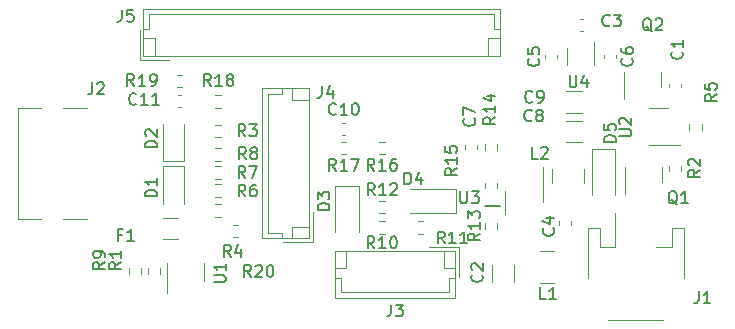
<source format=gbr>
%TF.GenerationSoftware,KiCad,Pcbnew,(5.99.0-13244-g73f40b11ee)*%
%TF.CreationDate,2021-12-22T23:44:12+01:00*%
%TF.ProjectId,TheKNOBDaughterboard,5468654b-4e4f-4424-9461-756768746572,rev?*%
%TF.SameCoordinates,Original*%
%TF.FileFunction,Legend,Top*%
%TF.FilePolarity,Positive*%
%FSLAX46Y46*%
G04 Gerber Fmt 4.6, Leading zero omitted, Abs format (unit mm)*
G04 Created by KiCad (PCBNEW (5.99.0-13244-g73f40b11ee)) date 2021-12-22 23:44:12*
%MOMM*%
%LPD*%
G01*
G04 APERTURE LIST*
%ADD10C,0.150000*%
%ADD11C,0.120000*%
G04 APERTURE END LIST*
D10*
X107650000Y-103600000D02*
X108900000Y-103600000D01*
%TO.C,R5*%
X127222380Y-94156666D02*
X126746190Y-94490000D01*
X127222380Y-94728095D02*
X126222380Y-94728095D01*
X126222380Y-94347142D01*
X126270000Y-94251904D01*
X126317619Y-94204285D01*
X126412857Y-94156666D01*
X126555714Y-94156666D01*
X126650952Y-94204285D01*
X126698571Y-94251904D01*
X126746190Y-94347142D01*
X126746190Y-94728095D01*
X126222380Y-93251904D02*
X126222380Y-93728095D01*
X126698571Y-93775714D01*
X126650952Y-93728095D01*
X126603333Y-93632857D01*
X126603333Y-93394761D01*
X126650952Y-93299523D01*
X126698571Y-93251904D01*
X126793809Y-93204285D01*
X127031904Y-93204285D01*
X127127142Y-93251904D01*
X127174761Y-93299523D01*
X127222380Y-93394761D01*
X127222380Y-93632857D01*
X127174761Y-93728095D01*
X127127142Y-93775714D01*
%TO.C,J1*%
X125706666Y-110832380D02*
X125706666Y-111546666D01*
X125659047Y-111689523D01*
X125563809Y-111784761D01*
X125420952Y-111832380D01*
X125325714Y-111832380D01*
X126706666Y-111832380D02*
X126135238Y-111832380D01*
X126420952Y-111832380D02*
X126420952Y-110832380D01*
X126325714Y-110975238D01*
X126230476Y-111070476D01*
X126135238Y-111118095D01*
%TO.C,R19*%
X77907142Y-93452380D02*
X77573809Y-92976190D01*
X77335714Y-93452380D02*
X77335714Y-92452380D01*
X77716666Y-92452380D01*
X77811904Y-92500000D01*
X77859523Y-92547619D01*
X77907142Y-92642857D01*
X77907142Y-92785714D01*
X77859523Y-92880952D01*
X77811904Y-92928571D01*
X77716666Y-92976190D01*
X77335714Y-92976190D01*
X78859523Y-93452380D02*
X78288095Y-93452380D01*
X78573809Y-93452380D02*
X78573809Y-92452380D01*
X78478571Y-92595238D01*
X78383333Y-92690476D01*
X78288095Y-92738095D01*
X79335714Y-93452380D02*
X79526190Y-93452380D01*
X79621428Y-93404761D01*
X79669047Y-93357142D01*
X79764285Y-93214285D01*
X79811904Y-93023809D01*
X79811904Y-92642857D01*
X79764285Y-92547619D01*
X79716666Y-92500000D01*
X79621428Y-92452380D01*
X79430952Y-92452380D01*
X79335714Y-92500000D01*
X79288095Y-92547619D01*
X79240476Y-92642857D01*
X79240476Y-92880952D01*
X79288095Y-92976190D01*
X79335714Y-93023809D01*
X79430952Y-93071428D01*
X79621428Y-93071428D01*
X79716666Y-93023809D01*
X79764285Y-92976190D01*
X79811904Y-92880952D01*
%TO.C,U2*%
X118992380Y-97691904D02*
X119801904Y-97691904D01*
X119897142Y-97644285D01*
X119944761Y-97596666D01*
X119992380Y-97501428D01*
X119992380Y-97310952D01*
X119944761Y-97215714D01*
X119897142Y-97168095D01*
X119801904Y-97120476D01*
X118992380Y-97120476D01*
X119087619Y-96691904D02*
X119040000Y-96644285D01*
X118992380Y-96549047D01*
X118992380Y-96310952D01*
X119040000Y-96215714D01*
X119087619Y-96168095D01*
X119182857Y-96120476D01*
X119278095Y-96120476D01*
X119420952Y-96168095D01*
X119992380Y-96739523D01*
X119992380Y-96120476D01*
%TO.C,R7*%
X87333333Y-101222380D02*
X87000000Y-100746190D01*
X86761904Y-101222380D02*
X86761904Y-100222380D01*
X87142857Y-100222380D01*
X87238095Y-100270000D01*
X87285714Y-100317619D01*
X87333333Y-100412857D01*
X87333333Y-100555714D01*
X87285714Y-100650952D01*
X87238095Y-100698571D01*
X87142857Y-100746190D01*
X86761904Y-100746190D01*
X87666666Y-100222380D02*
X88333333Y-100222380D01*
X87904761Y-101222380D01*
%TO.C,J2*%
X74366666Y-93152380D02*
X74366666Y-93866666D01*
X74319047Y-94009523D01*
X74223809Y-94104761D01*
X74080952Y-94152380D01*
X73985714Y-94152380D01*
X74795238Y-93247619D02*
X74842857Y-93200000D01*
X74938095Y-93152380D01*
X75176190Y-93152380D01*
X75271428Y-93200000D01*
X75319047Y-93247619D01*
X75366666Y-93342857D01*
X75366666Y-93438095D01*
X75319047Y-93580952D01*
X74747619Y-94152380D01*
X75366666Y-94152380D01*
%TO.C,R1*%
X76812380Y-108356666D02*
X76336190Y-108690000D01*
X76812380Y-108928095D02*
X75812380Y-108928095D01*
X75812380Y-108547142D01*
X75860000Y-108451904D01*
X75907619Y-108404285D01*
X76002857Y-108356666D01*
X76145714Y-108356666D01*
X76240952Y-108404285D01*
X76288571Y-108451904D01*
X76336190Y-108547142D01*
X76336190Y-108928095D01*
X76812380Y-107404285D02*
X76812380Y-107975714D01*
X76812380Y-107690000D02*
X75812380Y-107690000D01*
X75955238Y-107785238D01*
X76050476Y-107880476D01*
X76098095Y-107975714D01*
%TO.C,L2*%
X112083333Y-99602380D02*
X111607142Y-99602380D01*
X111607142Y-98602380D01*
X112369047Y-98697619D02*
X112416666Y-98650000D01*
X112511904Y-98602380D01*
X112750000Y-98602380D01*
X112845238Y-98650000D01*
X112892857Y-98697619D01*
X112940476Y-98792857D01*
X112940476Y-98888095D01*
X112892857Y-99030952D01*
X112321428Y-99602380D01*
X112940476Y-99602380D01*
%TO.C,J3*%
X99666666Y-111952380D02*
X99666666Y-112666666D01*
X99619047Y-112809523D01*
X99523809Y-112904761D01*
X99380952Y-112952380D01*
X99285714Y-112952380D01*
X100047619Y-111952380D02*
X100666666Y-111952380D01*
X100333333Y-112333333D01*
X100476190Y-112333333D01*
X100571428Y-112380952D01*
X100619047Y-112428571D01*
X100666666Y-112523809D01*
X100666666Y-112761904D01*
X100619047Y-112857142D01*
X100571428Y-112904761D01*
X100476190Y-112952380D01*
X100190476Y-112952380D01*
X100095238Y-112904761D01*
X100047619Y-112857142D01*
%TO.C,R17*%
X95007142Y-100607380D02*
X94673809Y-100131190D01*
X94435714Y-100607380D02*
X94435714Y-99607380D01*
X94816666Y-99607380D01*
X94911904Y-99655000D01*
X94959523Y-99702619D01*
X95007142Y-99797857D01*
X95007142Y-99940714D01*
X94959523Y-100035952D01*
X94911904Y-100083571D01*
X94816666Y-100131190D01*
X94435714Y-100131190D01*
X95959523Y-100607380D02*
X95388095Y-100607380D01*
X95673809Y-100607380D02*
X95673809Y-99607380D01*
X95578571Y-99750238D01*
X95483333Y-99845476D01*
X95388095Y-99893095D01*
X96292857Y-99607380D02*
X96959523Y-99607380D01*
X96530952Y-100607380D01*
%TO.C,R10*%
X98257142Y-107182380D02*
X97923809Y-106706190D01*
X97685714Y-107182380D02*
X97685714Y-106182380D01*
X98066666Y-106182380D01*
X98161904Y-106230000D01*
X98209523Y-106277619D01*
X98257142Y-106372857D01*
X98257142Y-106515714D01*
X98209523Y-106610952D01*
X98161904Y-106658571D01*
X98066666Y-106706190D01*
X97685714Y-106706190D01*
X99209523Y-107182380D02*
X98638095Y-107182380D01*
X98923809Y-107182380D02*
X98923809Y-106182380D01*
X98828571Y-106325238D01*
X98733333Y-106420476D01*
X98638095Y-106468095D01*
X99828571Y-106182380D02*
X99923809Y-106182380D01*
X100019047Y-106230000D01*
X100066666Y-106277619D01*
X100114285Y-106372857D01*
X100161904Y-106563333D01*
X100161904Y-106801428D01*
X100114285Y-106991904D01*
X100066666Y-107087142D01*
X100019047Y-107134761D01*
X99923809Y-107182380D01*
X99828571Y-107182380D01*
X99733333Y-107134761D01*
X99685714Y-107087142D01*
X99638095Y-106991904D01*
X99590476Y-106801428D01*
X99590476Y-106563333D01*
X99638095Y-106372857D01*
X99685714Y-106277619D01*
X99733333Y-106230000D01*
X99828571Y-106182380D01*
%TO.C,R9*%
X75452380Y-108366666D02*
X74976190Y-108700000D01*
X75452380Y-108938095D02*
X74452380Y-108938095D01*
X74452380Y-108557142D01*
X74500000Y-108461904D01*
X74547619Y-108414285D01*
X74642857Y-108366666D01*
X74785714Y-108366666D01*
X74880952Y-108414285D01*
X74928571Y-108461904D01*
X74976190Y-108557142D01*
X74976190Y-108938095D01*
X75452380Y-107890476D02*
X75452380Y-107700000D01*
X75404761Y-107604761D01*
X75357142Y-107557142D01*
X75214285Y-107461904D01*
X75023809Y-107414285D01*
X74642857Y-107414285D01*
X74547619Y-107461904D01*
X74500000Y-107509523D01*
X74452380Y-107604761D01*
X74452380Y-107795238D01*
X74500000Y-107890476D01*
X74547619Y-107938095D01*
X74642857Y-107985714D01*
X74880952Y-107985714D01*
X74976190Y-107938095D01*
X75023809Y-107890476D01*
X75071428Y-107795238D01*
X75071428Y-107604761D01*
X75023809Y-107509523D01*
X74976190Y-107461904D01*
X74880952Y-107414285D01*
%TO.C,D5*%
X118692380Y-98168095D02*
X117692380Y-98168095D01*
X117692380Y-97930000D01*
X117740000Y-97787142D01*
X117835238Y-97691904D01*
X117930476Y-97644285D01*
X118120952Y-97596666D01*
X118263809Y-97596666D01*
X118454285Y-97644285D01*
X118549523Y-97691904D01*
X118644761Y-97787142D01*
X118692380Y-97930000D01*
X118692380Y-98168095D01*
X117692380Y-96691904D02*
X117692380Y-97168095D01*
X118168571Y-97215714D01*
X118120952Y-97168095D01*
X118073333Y-97072857D01*
X118073333Y-96834761D01*
X118120952Y-96739523D01*
X118168571Y-96691904D01*
X118263809Y-96644285D01*
X118501904Y-96644285D01*
X118597142Y-96691904D01*
X118644761Y-96739523D01*
X118692380Y-96834761D01*
X118692380Y-97072857D01*
X118644761Y-97168095D01*
X118597142Y-97215714D01*
%TO.C,D4*%
X100801904Y-101782380D02*
X100801904Y-100782380D01*
X101040000Y-100782380D01*
X101182857Y-100830000D01*
X101278095Y-100925238D01*
X101325714Y-101020476D01*
X101373333Y-101210952D01*
X101373333Y-101353809D01*
X101325714Y-101544285D01*
X101278095Y-101639523D01*
X101182857Y-101734761D01*
X101040000Y-101782380D01*
X100801904Y-101782380D01*
X102230476Y-101115714D02*
X102230476Y-101782380D01*
X101992380Y-100734761D02*
X101754285Y-101449047D01*
X102373333Y-101449047D01*
%TO.C,R4*%
X86083333Y-107902380D02*
X85750000Y-107426190D01*
X85511904Y-107902380D02*
X85511904Y-106902380D01*
X85892857Y-106902380D01*
X85988095Y-106950000D01*
X86035714Y-106997619D01*
X86083333Y-107092857D01*
X86083333Y-107235714D01*
X86035714Y-107330952D01*
X85988095Y-107378571D01*
X85892857Y-107426190D01*
X85511904Y-107426190D01*
X86940476Y-107235714D02*
X86940476Y-107902380D01*
X86702380Y-106854761D02*
X86464285Y-107569047D01*
X87083333Y-107569047D01*
%TO.C,C3*%
X118183333Y-88307142D02*
X118135714Y-88354761D01*
X117992857Y-88402380D01*
X117897619Y-88402380D01*
X117754761Y-88354761D01*
X117659523Y-88259523D01*
X117611904Y-88164285D01*
X117564285Y-87973809D01*
X117564285Y-87830952D01*
X117611904Y-87640476D01*
X117659523Y-87545238D01*
X117754761Y-87450000D01*
X117897619Y-87402380D01*
X117992857Y-87402380D01*
X118135714Y-87450000D01*
X118183333Y-87497619D01*
X118516666Y-87402380D02*
X119135714Y-87402380D01*
X118802380Y-87783333D01*
X118945238Y-87783333D01*
X119040476Y-87830952D01*
X119088095Y-87878571D01*
X119135714Y-87973809D01*
X119135714Y-88211904D01*
X119088095Y-88307142D01*
X119040476Y-88354761D01*
X118945238Y-88402380D01*
X118659523Y-88402380D01*
X118564285Y-88354761D01*
X118516666Y-88307142D01*
%TO.C,R18*%
X84407142Y-93452380D02*
X84073809Y-92976190D01*
X83835714Y-93452380D02*
X83835714Y-92452380D01*
X84216666Y-92452380D01*
X84311904Y-92500000D01*
X84359523Y-92547619D01*
X84407142Y-92642857D01*
X84407142Y-92785714D01*
X84359523Y-92880952D01*
X84311904Y-92928571D01*
X84216666Y-92976190D01*
X83835714Y-92976190D01*
X85359523Y-93452380D02*
X84788095Y-93452380D01*
X85073809Y-93452380D02*
X85073809Y-92452380D01*
X84978571Y-92595238D01*
X84883333Y-92690476D01*
X84788095Y-92738095D01*
X85930952Y-92880952D02*
X85835714Y-92833333D01*
X85788095Y-92785714D01*
X85740476Y-92690476D01*
X85740476Y-92642857D01*
X85788095Y-92547619D01*
X85835714Y-92500000D01*
X85930952Y-92452380D01*
X86121428Y-92452380D01*
X86216666Y-92500000D01*
X86264285Y-92547619D01*
X86311904Y-92642857D01*
X86311904Y-92690476D01*
X86264285Y-92785714D01*
X86216666Y-92833333D01*
X86121428Y-92880952D01*
X85930952Y-92880952D01*
X85835714Y-92928571D01*
X85788095Y-92976190D01*
X85740476Y-93071428D01*
X85740476Y-93261904D01*
X85788095Y-93357142D01*
X85835714Y-93404761D01*
X85930952Y-93452380D01*
X86121428Y-93452380D01*
X86216666Y-93404761D01*
X86264285Y-93357142D01*
X86311904Y-93261904D01*
X86311904Y-93071428D01*
X86264285Y-92976190D01*
X86216666Y-92928571D01*
X86121428Y-92880952D01*
%TO.C,R6*%
X87333333Y-102802380D02*
X87000000Y-102326190D01*
X86761904Y-102802380D02*
X86761904Y-101802380D01*
X87142857Y-101802380D01*
X87238095Y-101850000D01*
X87285714Y-101897619D01*
X87333333Y-101992857D01*
X87333333Y-102135714D01*
X87285714Y-102230952D01*
X87238095Y-102278571D01*
X87142857Y-102326190D01*
X86761904Y-102326190D01*
X88190476Y-101802380D02*
X88000000Y-101802380D01*
X87904761Y-101850000D01*
X87857142Y-101897619D01*
X87761904Y-102040476D01*
X87714285Y-102230952D01*
X87714285Y-102611904D01*
X87761904Y-102707142D01*
X87809523Y-102754761D01*
X87904761Y-102802380D01*
X88095238Y-102802380D01*
X88190476Y-102754761D01*
X88238095Y-102707142D01*
X88285714Y-102611904D01*
X88285714Y-102373809D01*
X88238095Y-102278571D01*
X88190476Y-102230952D01*
X88095238Y-102183333D01*
X87904761Y-102183333D01*
X87809523Y-102230952D01*
X87761904Y-102278571D01*
X87714285Y-102373809D01*
%TO.C,U3*%
X105528095Y-102382380D02*
X105528095Y-103191904D01*
X105575714Y-103287142D01*
X105623333Y-103334761D01*
X105718571Y-103382380D01*
X105909047Y-103382380D01*
X106004285Y-103334761D01*
X106051904Y-103287142D01*
X106099523Y-103191904D01*
X106099523Y-102382380D01*
X106480476Y-102382380D02*
X107099523Y-102382380D01*
X106766190Y-102763333D01*
X106909047Y-102763333D01*
X107004285Y-102810952D01*
X107051904Y-102858571D01*
X107099523Y-102953809D01*
X107099523Y-103191904D01*
X107051904Y-103287142D01*
X107004285Y-103334761D01*
X106909047Y-103382380D01*
X106623333Y-103382380D01*
X106528095Y-103334761D01*
X106480476Y-103287142D01*
%TO.C,U1*%
X84652380Y-110061904D02*
X85461904Y-110061904D01*
X85557142Y-110014285D01*
X85604761Y-109966666D01*
X85652380Y-109871428D01*
X85652380Y-109680952D01*
X85604761Y-109585714D01*
X85557142Y-109538095D01*
X85461904Y-109490476D01*
X84652380Y-109490476D01*
X85652380Y-108490476D02*
X85652380Y-109061904D01*
X85652380Y-108776190D02*
X84652380Y-108776190D01*
X84795238Y-108871428D01*
X84890476Y-108966666D01*
X84938095Y-109061904D01*
%TO.C,C10*%
X95007142Y-95807142D02*
X94959523Y-95854761D01*
X94816666Y-95902380D01*
X94721428Y-95902380D01*
X94578571Y-95854761D01*
X94483333Y-95759523D01*
X94435714Y-95664285D01*
X94388095Y-95473809D01*
X94388095Y-95330952D01*
X94435714Y-95140476D01*
X94483333Y-95045238D01*
X94578571Y-94950000D01*
X94721428Y-94902380D01*
X94816666Y-94902380D01*
X94959523Y-94950000D01*
X95007142Y-94997619D01*
X95959523Y-95902380D02*
X95388095Y-95902380D01*
X95673809Y-95902380D02*
X95673809Y-94902380D01*
X95578571Y-95045238D01*
X95483333Y-95140476D01*
X95388095Y-95188095D01*
X96578571Y-94902380D02*
X96673809Y-94902380D01*
X96769047Y-94950000D01*
X96816666Y-94997619D01*
X96864285Y-95092857D01*
X96911904Y-95283333D01*
X96911904Y-95521428D01*
X96864285Y-95711904D01*
X96816666Y-95807142D01*
X96769047Y-95854761D01*
X96673809Y-95902380D01*
X96578571Y-95902380D01*
X96483333Y-95854761D01*
X96435714Y-95807142D01*
X96388095Y-95711904D01*
X96340476Y-95521428D01*
X96340476Y-95283333D01*
X96388095Y-95092857D01*
X96435714Y-94997619D01*
X96483333Y-94950000D01*
X96578571Y-94902380D01*
%TO.C,R20*%
X87807142Y-109602380D02*
X87473809Y-109126190D01*
X87235714Y-109602380D02*
X87235714Y-108602380D01*
X87616666Y-108602380D01*
X87711904Y-108650000D01*
X87759523Y-108697619D01*
X87807142Y-108792857D01*
X87807142Y-108935714D01*
X87759523Y-109030952D01*
X87711904Y-109078571D01*
X87616666Y-109126190D01*
X87235714Y-109126190D01*
X88188095Y-108697619D02*
X88235714Y-108650000D01*
X88330952Y-108602380D01*
X88569047Y-108602380D01*
X88664285Y-108650000D01*
X88711904Y-108697619D01*
X88759523Y-108792857D01*
X88759523Y-108888095D01*
X88711904Y-109030952D01*
X88140476Y-109602380D01*
X88759523Y-109602380D01*
X89378571Y-108602380D02*
X89473809Y-108602380D01*
X89569047Y-108650000D01*
X89616666Y-108697619D01*
X89664285Y-108792857D01*
X89711904Y-108983333D01*
X89711904Y-109221428D01*
X89664285Y-109411904D01*
X89616666Y-109507142D01*
X89569047Y-109554761D01*
X89473809Y-109602380D01*
X89378571Y-109602380D01*
X89283333Y-109554761D01*
X89235714Y-109507142D01*
X89188095Y-109411904D01*
X89140476Y-109221428D01*
X89140476Y-108983333D01*
X89188095Y-108792857D01*
X89235714Y-108697619D01*
X89283333Y-108650000D01*
X89378571Y-108602380D01*
%TO.C,Q1*%
X123894761Y-103477619D02*
X123799523Y-103430000D01*
X123704285Y-103334761D01*
X123561428Y-103191904D01*
X123466190Y-103144285D01*
X123370952Y-103144285D01*
X123418571Y-103382380D02*
X123323333Y-103334761D01*
X123228095Y-103239523D01*
X123180476Y-103049047D01*
X123180476Y-102715714D01*
X123228095Y-102525238D01*
X123323333Y-102430000D01*
X123418571Y-102382380D01*
X123609047Y-102382380D01*
X123704285Y-102430000D01*
X123799523Y-102525238D01*
X123847142Y-102715714D01*
X123847142Y-103049047D01*
X123799523Y-103239523D01*
X123704285Y-103334761D01*
X123609047Y-103382380D01*
X123418571Y-103382380D01*
X124799523Y-103382380D02*
X124228095Y-103382380D01*
X124513809Y-103382380D02*
X124513809Y-102382380D01*
X124418571Y-102525238D01*
X124323333Y-102620476D01*
X124228095Y-102668095D01*
%TO.C,J4*%
X93816666Y-93452380D02*
X93816666Y-94166666D01*
X93769047Y-94309523D01*
X93673809Y-94404761D01*
X93530952Y-94452380D01*
X93435714Y-94452380D01*
X94721428Y-93785714D02*
X94721428Y-94452380D01*
X94483333Y-93404761D02*
X94245238Y-94119047D01*
X94864285Y-94119047D01*
%TO.C,C9*%
X111633333Y-94757142D02*
X111585714Y-94804761D01*
X111442857Y-94852380D01*
X111347619Y-94852380D01*
X111204761Y-94804761D01*
X111109523Y-94709523D01*
X111061904Y-94614285D01*
X111014285Y-94423809D01*
X111014285Y-94280952D01*
X111061904Y-94090476D01*
X111109523Y-93995238D01*
X111204761Y-93900000D01*
X111347619Y-93852380D01*
X111442857Y-93852380D01*
X111585714Y-93900000D01*
X111633333Y-93947619D01*
X112109523Y-94852380D02*
X112300000Y-94852380D01*
X112395238Y-94804761D01*
X112442857Y-94757142D01*
X112538095Y-94614285D01*
X112585714Y-94423809D01*
X112585714Y-94042857D01*
X112538095Y-93947619D01*
X112490476Y-93900000D01*
X112395238Y-93852380D01*
X112204761Y-93852380D01*
X112109523Y-93900000D01*
X112061904Y-93947619D01*
X112014285Y-94042857D01*
X112014285Y-94280952D01*
X112061904Y-94376190D01*
X112109523Y-94423809D01*
X112204761Y-94471428D01*
X112395238Y-94471428D01*
X112490476Y-94423809D01*
X112538095Y-94376190D01*
X112585714Y-94280952D01*
%TO.C,C5*%
X112139642Y-91129166D02*
X112187261Y-91176785D01*
X112234880Y-91319642D01*
X112234880Y-91414880D01*
X112187261Y-91557738D01*
X112092023Y-91652976D01*
X111996785Y-91700595D01*
X111806309Y-91748214D01*
X111663452Y-91748214D01*
X111472976Y-91700595D01*
X111377738Y-91652976D01*
X111282500Y-91557738D01*
X111234880Y-91414880D01*
X111234880Y-91319642D01*
X111282500Y-91176785D01*
X111330119Y-91129166D01*
X111234880Y-90224404D02*
X111234880Y-90700595D01*
X111711071Y-90748214D01*
X111663452Y-90700595D01*
X111615833Y-90605357D01*
X111615833Y-90367261D01*
X111663452Y-90272023D01*
X111711071Y-90224404D01*
X111806309Y-90176785D01*
X112044404Y-90176785D01*
X112139642Y-90224404D01*
X112187261Y-90272023D01*
X112234880Y-90367261D01*
X112234880Y-90605357D01*
X112187261Y-90700595D01*
X112139642Y-90748214D01*
%TO.C,R11*%
X104197142Y-106782380D02*
X103863809Y-106306190D01*
X103625714Y-106782380D02*
X103625714Y-105782380D01*
X104006666Y-105782380D01*
X104101904Y-105830000D01*
X104149523Y-105877619D01*
X104197142Y-105972857D01*
X104197142Y-106115714D01*
X104149523Y-106210952D01*
X104101904Y-106258571D01*
X104006666Y-106306190D01*
X103625714Y-106306190D01*
X105149523Y-106782380D02*
X104578095Y-106782380D01*
X104863809Y-106782380D02*
X104863809Y-105782380D01*
X104768571Y-105925238D01*
X104673333Y-106020476D01*
X104578095Y-106068095D01*
X106101904Y-106782380D02*
X105530476Y-106782380D01*
X105816190Y-106782380D02*
X105816190Y-105782380D01*
X105720952Y-105925238D01*
X105625714Y-106020476D01*
X105530476Y-106068095D01*
%TO.C,C8*%
X111583333Y-96357142D02*
X111535714Y-96404761D01*
X111392857Y-96452380D01*
X111297619Y-96452380D01*
X111154761Y-96404761D01*
X111059523Y-96309523D01*
X111011904Y-96214285D01*
X110964285Y-96023809D01*
X110964285Y-95880952D01*
X111011904Y-95690476D01*
X111059523Y-95595238D01*
X111154761Y-95500000D01*
X111297619Y-95452380D01*
X111392857Y-95452380D01*
X111535714Y-95500000D01*
X111583333Y-95547619D01*
X112154761Y-95880952D02*
X112059523Y-95833333D01*
X112011904Y-95785714D01*
X111964285Y-95690476D01*
X111964285Y-95642857D01*
X112011904Y-95547619D01*
X112059523Y-95500000D01*
X112154761Y-95452380D01*
X112345238Y-95452380D01*
X112440476Y-95500000D01*
X112488095Y-95547619D01*
X112535714Y-95642857D01*
X112535714Y-95690476D01*
X112488095Y-95785714D01*
X112440476Y-95833333D01*
X112345238Y-95880952D01*
X112154761Y-95880952D01*
X112059523Y-95928571D01*
X112011904Y-95976190D01*
X111964285Y-96071428D01*
X111964285Y-96261904D01*
X112011904Y-96357142D01*
X112059523Y-96404761D01*
X112154761Y-96452380D01*
X112345238Y-96452380D01*
X112440476Y-96404761D01*
X112488095Y-96357142D01*
X112535714Y-96261904D01*
X112535714Y-96071428D01*
X112488095Y-95976190D01*
X112440476Y-95928571D01*
X112345238Y-95880952D01*
%TO.C,R8*%
X87383333Y-99642380D02*
X87050000Y-99166190D01*
X86811904Y-99642380D02*
X86811904Y-98642380D01*
X87192857Y-98642380D01*
X87288095Y-98690000D01*
X87335714Y-98737619D01*
X87383333Y-98832857D01*
X87383333Y-98975714D01*
X87335714Y-99070952D01*
X87288095Y-99118571D01*
X87192857Y-99166190D01*
X86811904Y-99166190D01*
X87954761Y-99070952D02*
X87859523Y-99023333D01*
X87811904Y-98975714D01*
X87764285Y-98880476D01*
X87764285Y-98832857D01*
X87811904Y-98737619D01*
X87859523Y-98690000D01*
X87954761Y-98642380D01*
X88145238Y-98642380D01*
X88240476Y-98690000D01*
X88288095Y-98737619D01*
X88335714Y-98832857D01*
X88335714Y-98880476D01*
X88288095Y-98975714D01*
X88240476Y-99023333D01*
X88145238Y-99070952D01*
X87954761Y-99070952D01*
X87859523Y-99118571D01*
X87811904Y-99166190D01*
X87764285Y-99261428D01*
X87764285Y-99451904D01*
X87811904Y-99547142D01*
X87859523Y-99594761D01*
X87954761Y-99642380D01*
X88145238Y-99642380D01*
X88240476Y-99594761D01*
X88288095Y-99547142D01*
X88335714Y-99451904D01*
X88335714Y-99261428D01*
X88288095Y-99166190D01*
X88240476Y-99118571D01*
X88145238Y-99070952D01*
%TO.C,U4*%
X114788095Y-92552380D02*
X114788095Y-93361904D01*
X114835714Y-93457142D01*
X114883333Y-93504761D01*
X114978571Y-93552380D01*
X115169047Y-93552380D01*
X115264285Y-93504761D01*
X115311904Y-93457142D01*
X115359523Y-93361904D01*
X115359523Y-92552380D01*
X116264285Y-92885714D02*
X116264285Y-93552380D01*
X116026190Y-92504761D02*
X115788095Y-93219047D01*
X116407142Y-93219047D01*
%TO.C,C4*%
X113397142Y-105496666D02*
X113444761Y-105544285D01*
X113492380Y-105687142D01*
X113492380Y-105782380D01*
X113444761Y-105925238D01*
X113349523Y-106020476D01*
X113254285Y-106068095D01*
X113063809Y-106115714D01*
X112920952Y-106115714D01*
X112730476Y-106068095D01*
X112635238Y-106020476D01*
X112540000Y-105925238D01*
X112492380Y-105782380D01*
X112492380Y-105687142D01*
X112540000Y-105544285D01*
X112587619Y-105496666D01*
X112825714Y-104639523D02*
X113492380Y-104639523D01*
X112444761Y-104877619D02*
X113159047Y-105115714D01*
X113159047Y-104496666D01*
%TO.C,C7*%
X106697142Y-96196666D02*
X106744761Y-96244285D01*
X106792380Y-96387142D01*
X106792380Y-96482380D01*
X106744761Y-96625238D01*
X106649523Y-96720476D01*
X106554285Y-96768095D01*
X106363809Y-96815714D01*
X106220952Y-96815714D01*
X106030476Y-96768095D01*
X105935238Y-96720476D01*
X105840000Y-96625238D01*
X105792380Y-96482380D01*
X105792380Y-96387142D01*
X105840000Y-96244285D01*
X105887619Y-96196666D01*
X105792380Y-95863333D02*
X105792380Y-95196666D01*
X106792380Y-95625238D01*
%TO.C,C11*%
X78107142Y-94957142D02*
X78059523Y-95004761D01*
X77916666Y-95052380D01*
X77821428Y-95052380D01*
X77678571Y-95004761D01*
X77583333Y-94909523D01*
X77535714Y-94814285D01*
X77488095Y-94623809D01*
X77488095Y-94480952D01*
X77535714Y-94290476D01*
X77583333Y-94195238D01*
X77678571Y-94100000D01*
X77821428Y-94052380D01*
X77916666Y-94052380D01*
X78059523Y-94100000D01*
X78107142Y-94147619D01*
X79059523Y-95052380D02*
X78488095Y-95052380D01*
X78773809Y-95052380D02*
X78773809Y-94052380D01*
X78678571Y-94195238D01*
X78583333Y-94290476D01*
X78488095Y-94338095D01*
X80011904Y-95052380D02*
X79440476Y-95052380D01*
X79726190Y-95052380D02*
X79726190Y-94052380D01*
X79630952Y-94195238D01*
X79535714Y-94290476D01*
X79440476Y-94338095D01*
%TO.C,C1*%
X124287142Y-90548042D02*
X124334761Y-90595661D01*
X124382380Y-90738518D01*
X124382380Y-90833756D01*
X124334761Y-90976614D01*
X124239523Y-91071852D01*
X124144285Y-91119471D01*
X123953809Y-91167090D01*
X123810952Y-91167090D01*
X123620476Y-91119471D01*
X123525238Y-91071852D01*
X123430000Y-90976614D01*
X123382380Y-90833756D01*
X123382380Y-90738518D01*
X123430000Y-90595661D01*
X123477619Y-90548042D01*
X124382380Y-89595661D02*
X124382380Y-90167090D01*
X124382380Y-89881376D02*
X123382380Y-89881376D01*
X123525238Y-89976614D01*
X123620476Y-90071852D01*
X123668095Y-90167090D01*
%TO.C,C6*%
X120057142Y-91116666D02*
X120104761Y-91164285D01*
X120152380Y-91307142D01*
X120152380Y-91402380D01*
X120104761Y-91545238D01*
X120009523Y-91640476D01*
X119914285Y-91688095D01*
X119723809Y-91735714D01*
X119580952Y-91735714D01*
X119390476Y-91688095D01*
X119295238Y-91640476D01*
X119200000Y-91545238D01*
X119152380Y-91402380D01*
X119152380Y-91307142D01*
X119200000Y-91164285D01*
X119247619Y-91116666D01*
X119152380Y-90259523D02*
X119152380Y-90450000D01*
X119200000Y-90545238D01*
X119247619Y-90592857D01*
X119390476Y-90688095D01*
X119580952Y-90735714D01*
X119961904Y-90735714D01*
X120057142Y-90688095D01*
X120104761Y-90640476D01*
X120152380Y-90545238D01*
X120152380Y-90354761D01*
X120104761Y-90259523D01*
X120057142Y-90211904D01*
X119961904Y-90164285D01*
X119723809Y-90164285D01*
X119628571Y-90211904D01*
X119580952Y-90259523D01*
X119533333Y-90354761D01*
X119533333Y-90545238D01*
X119580952Y-90640476D01*
X119628571Y-90688095D01*
X119723809Y-90735714D01*
%TO.C,R13*%
X107172380Y-105942857D02*
X106696190Y-106276190D01*
X107172380Y-106514285D02*
X106172380Y-106514285D01*
X106172380Y-106133333D01*
X106220000Y-106038095D01*
X106267619Y-105990476D01*
X106362857Y-105942857D01*
X106505714Y-105942857D01*
X106600952Y-105990476D01*
X106648571Y-106038095D01*
X106696190Y-106133333D01*
X106696190Y-106514285D01*
X107172380Y-104990476D02*
X107172380Y-105561904D01*
X107172380Y-105276190D02*
X106172380Y-105276190D01*
X106315238Y-105371428D01*
X106410476Y-105466666D01*
X106458095Y-105561904D01*
X106172380Y-104657142D02*
X106172380Y-104038095D01*
X106553333Y-104371428D01*
X106553333Y-104228571D01*
X106600952Y-104133333D01*
X106648571Y-104085714D01*
X106743809Y-104038095D01*
X106981904Y-104038095D01*
X107077142Y-104085714D01*
X107124761Y-104133333D01*
X107172380Y-104228571D01*
X107172380Y-104514285D01*
X107124761Y-104609523D01*
X107077142Y-104657142D01*
%TO.C,D3*%
X94452380Y-103938095D02*
X93452380Y-103938095D01*
X93452380Y-103700000D01*
X93500000Y-103557142D01*
X93595238Y-103461904D01*
X93690476Y-103414285D01*
X93880952Y-103366666D01*
X94023809Y-103366666D01*
X94214285Y-103414285D01*
X94309523Y-103461904D01*
X94404761Y-103557142D01*
X94452380Y-103700000D01*
X94452380Y-103938095D01*
X93452380Y-103033333D02*
X93452380Y-102414285D01*
X93833333Y-102747619D01*
X93833333Y-102604761D01*
X93880952Y-102509523D01*
X93928571Y-102461904D01*
X94023809Y-102414285D01*
X94261904Y-102414285D01*
X94357142Y-102461904D01*
X94404761Y-102509523D01*
X94452380Y-102604761D01*
X94452380Y-102890476D01*
X94404761Y-102985714D01*
X94357142Y-103033333D01*
%TO.C,C2*%
X107357142Y-109416666D02*
X107404761Y-109464285D01*
X107452380Y-109607142D01*
X107452380Y-109702380D01*
X107404761Y-109845238D01*
X107309523Y-109940476D01*
X107214285Y-109988095D01*
X107023809Y-110035714D01*
X106880952Y-110035714D01*
X106690476Y-109988095D01*
X106595238Y-109940476D01*
X106500000Y-109845238D01*
X106452380Y-109702380D01*
X106452380Y-109607142D01*
X106500000Y-109464285D01*
X106547619Y-109416666D01*
X106547619Y-109035714D02*
X106500000Y-108988095D01*
X106452380Y-108892857D01*
X106452380Y-108654761D01*
X106500000Y-108559523D01*
X106547619Y-108511904D01*
X106642857Y-108464285D01*
X106738095Y-108464285D01*
X106880952Y-108511904D01*
X107452380Y-109083333D01*
X107452380Y-108464285D01*
%TO.C,R15*%
X105242380Y-100422857D02*
X104766190Y-100756190D01*
X105242380Y-100994285D02*
X104242380Y-100994285D01*
X104242380Y-100613333D01*
X104290000Y-100518095D01*
X104337619Y-100470476D01*
X104432857Y-100422857D01*
X104575714Y-100422857D01*
X104670952Y-100470476D01*
X104718571Y-100518095D01*
X104766190Y-100613333D01*
X104766190Y-100994285D01*
X105242380Y-99470476D02*
X105242380Y-100041904D01*
X105242380Y-99756190D02*
X104242380Y-99756190D01*
X104385238Y-99851428D01*
X104480476Y-99946666D01*
X104528095Y-100041904D01*
X104242380Y-98565714D02*
X104242380Y-99041904D01*
X104718571Y-99089523D01*
X104670952Y-99041904D01*
X104623333Y-98946666D01*
X104623333Y-98708571D01*
X104670952Y-98613333D01*
X104718571Y-98565714D01*
X104813809Y-98518095D01*
X105051904Y-98518095D01*
X105147142Y-98565714D01*
X105194761Y-98613333D01*
X105242380Y-98708571D01*
X105242380Y-98946666D01*
X105194761Y-99041904D01*
X105147142Y-99089523D01*
%TO.C,R12*%
X98282142Y-102697380D02*
X97948809Y-102221190D01*
X97710714Y-102697380D02*
X97710714Y-101697380D01*
X98091666Y-101697380D01*
X98186904Y-101745000D01*
X98234523Y-101792619D01*
X98282142Y-101887857D01*
X98282142Y-102030714D01*
X98234523Y-102125952D01*
X98186904Y-102173571D01*
X98091666Y-102221190D01*
X97710714Y-102221190D01*
X99234523Y-102697380D02*
X98663095Y-102697380D01*
X98948809Y-102697380D02*
X98948809Y-101697380D01*
X98853571Y-101840238D01*
X98758333Y-101935476D01*
X98663095Y-101983095D01*
X99615476Y-101792619D02*
X99663095Y-101745000D01*
X99758333Y-101697380D01*
X99996428Y-101697380D01*
X100091666Y-101745000D01*
X100139285Y-101792619D01*
X100186904Y-101887857D01*
X100186904Y-101983095D01*
X100139285Y-102125952D01*
X99567857Y-102697380D01*
X100186904Y-102697380D01*
%TO.C,R2*%
X125832380Y-100548042D02*
X125356190Y-100881376D01*
X125832380Y-101119471D02*
X124832380Y-101119471D01*
X124832380Y-100738518D01*
X124880000Y-100643280D01*
X124927619Y-100595661D01*
X125022857Y-100548042D01*
X125165714Y-100548042D01*
X125260952Y-100595661D01*
X125308571Y-100643280D01*
X125356190Y-100738518D01*
X125356190Y-101119471D01*
X124927619Y-100167090D02*
X124880000Y-100119471D01*
X124832380Y-100024233D01*
X124832380Y-99786137D01*
X124880000Y-99690899D01*
X124927619Y-99643280D01*
X125022857Y-99595661D01*
X125118095Y-99595661D01*
X125260952Y-99643280D01*
X125832380Y-100214709D01*
X125832380Y-99595661D01*
%TO.C,F1*%
X76866666Y-106028571D02*
X76533333Y-106028571D01*
X76533333Y-106552380D02*
X76533333Y-105552380D01*
X77009523Y-105552380D01*
X77914285Y-106552380D02*
X77342857Y-106552380D01*
X77628571Y-106552380D02*
X77628571Y-105552380D01*
X77533333Y-105695238D01*
X77438095Y-105790476D01*
X77342857Y-105838095D01*
%TO.C,R3*%
X87333333Y-97702380D02*
X87000000Y-97226190D01*
X86761904Y-97702380D02*
X86761904Y-96702380D01*
X87142857Y-96702380D01*
X87238095Y-96750000D01*
X87285714Y-96797619D01*
X87333333Y-96892857D01*
X87333333Y-97035714D01*
X87285714Y-97130952D01*
X87238095Y-97178571D01*
X87142857Y-97226190D01*
X86761904Y-97226190D01*
X87666666Y-96702380D02*
X88285714Y-96702380D01*
X87952380Y-97083333D01*
X88095238Y-97083333D01*
X88190476Y-97130952D01*
X88238095Y-97178571D01*
X88285714Y-97273809D01*
X88285714Y-97511904D01*
X88238095Y-97607142D01*
X88190476Y-97654761D01*
X88095238Y-97702380D01*
X87809523Y-97702380D01*
X87714285Y-97654761D01*
X87666666Y-97607142D01*
%TO.C,R14*%
X108492380Y-96072857D02*
X108016190Y-96406190D01*
X108492380Y-96644285D02*
X107492380Y-96644285D01*
X107492380Y-96263333D01*
X107540000Y-96168095D01*
X107587619Y-96120476D01*
X107682857Y-96072857D01*
X107825714Y-96072857D01*
X107920952Y-96120476D01*
X107968571Y-96168095D01*
X108016190Y-96263333D01*
X108016190Y-96644285D01*
X108492380Y-95120476D02*
X108492380Y-95691904D01*
X108492380Y-95406190D02*
X107492380Y-95406190D01*
X107635238Y-95501428D01*
X107730476Y-95596666D01*
X107778095Y-95691904D01*
X107825714Y-94263333D02*
X108492380Y-94263333D01*
X107444761Y-94501428D02*
X108159047Y-94739523D01*
X108159047Y-94120476D01*
%TO.C,D1*%
X79852380Y-102788095D02*
X78852380Y-102788095D01*
X78852380Y-102550000D01*
X78900000Y-102407142D01*
X78995238Y-102311904D01*
X79090476Y-102264285D01*
X79280952Y-102216666D01*
X79423809Y-102216666D01*
X79614285Y-102264285D01*
X79709523Y-102311904D01*
X79804761Y-102407142D01*
X79852380Y-102550000D01*
X79852380Y-102788095D01*
X79852380Y-101264285D02*
X79852380Y-101835714D01*
X79852380Y-101550000D02*
X78852380Y-101550000D01*
X78995238Y-101645238D01*
X79090476Y-101740476D01*
X79138095Y-101835714D01*
%TO.C,Q2*%
X121734761Y-88828995D02*
X121639523Y-88781376D01*
X121544285Y-88686137D01*
X121401428Y-88543280D01*
X121306190Y-88495661D01*
X121210952Y-88495661D01*
X121258571Y-88733756D02*
X121163333Y-88686137D01*
X121068095Y-88590899D01*
X121020476Y-88400423D01*
X121020476Y-88067090D01*
X121068095Y-87876614D01*
X121163333Y-87781376D01*
X121258571Y-87733756D01*
X121449047Y-87733756D01*
X121544285Y-87781376D01*
X121639523Y-87876614D01*
X121687142Y-88067090D01*
X121687142Y-88400423D01*
X121639523Y-88590899D01*
X121544285Y-88686137D01*
X121449047Y-88733756D01*
X121258571Y-88733756D01*
X122068095Y-87828995D02*
X122115714Y-87781376D01*
X122210952Y-87733756D01*
X122449047Y-87733756D01*
X122544285Y-87781376D01*
X122591904Y-87828995D01*
X122639523Y-87924233D01*
X122639523Y-88019471D01*
X122591904Y-88162328D01*
X122020476Y-88733756D01*
X122639523Y-88733756D01*
%TO.C,L1*%
X112783333Y-111502380D02*
X112307142Y-111502380D01*
X112307142Y-110502380D01*
X113640476Y-111502380D02*
X113069047Y-111502380D01*
X113354761Y-111502380D02*
X113354761Y-110502380D01*
X113259523Y-110645238D01*
X113164285Y-110740476D01*
X113069047Y-110788095D01*
%TO.C,J5*%
X76866666Y-87002380D02*
X76866666Y-87716666D01*
X76819047Y-87859523D01*
X76723809Y-87954761D01*
X76580952Y-88002380D01*
X76485714Y-88002380D01*
X77819047Y-87002380D02*
X77342857Y-87002380D01*
X77295238Y-87478571D01*
X77342857Y-87430952D01*
X77438095Y-87383333D01*
X77676190Y-87383333D01*
X77771428Y-87430952D01*
X77819047Y-87478571D01*
X77866666Y-87573809D01*
X77866666Y-87811904D01*
X77819047Y-87907142D01*
X77771428Y-87954761D01*
X77676190Y-88002380D01*
X77438095Y-88002380D01*
X77342857Y-87954761D01*
X77295238Y-87907142D01*
%TO.C,D2*%
X79852380Y-98638095D02*
X78852380Y-98638095D01*
X78852380Y-98400000D01*
X78900000Y-98257142D01*
X78995238Y-98161904D01*
X79090476Y-98114285D01*
X79280952Y-98066666D01*
X79423809Y-98066666D01*
X79614285Y-98114285D01*
X79709523Y-98161904D01*
X79804761Y-98257142D01*
X79852380Y-98400000D01*
X79852380Y-98638095D01*
X78947619Y-97685714D02*
X78900000Y-97638095D01*
X78852380Y-97542857D01*
X78852380Y-97304761D01*
X78900000Y-97209523D01*
X78947619Y-97161904D01*
X79042857Y-97114285D01*
X79138095Y-97114285D01*
X79280952Y-97161904D01*
X79852380Y-97733333D01*
X79852380Y-97114285D01*
%TO.C,R16*%
X98257142Y-100607380D02*
X97923809Y-100131190D01*
X97685714Y-100607380D02*
X97685714Y-99607380D01*
X98066666Y-99607380D01*
X98161904Y-99655000D01*
X98209523Y-99702619D01*
X98257142Y-99797857D01*
X98257142Y-99940714D01*
X98209523Y-100035952D01*
X98161904Y-100083571D01*
X98066666Y-100131190D01*
X97685714Y-100131190D01*
X99209523Y-100607380D02*
X98638095Y-100607380D01*
X98923809Y-100607380D02*
X98923809Y-99607380D01*
X98828571Y-99750238D01*
X98733333Y-99845476D01*
X98638095Y-99893095D01*
X100066666Y-99607380D02*
X99876190Y-99607380D01*
X99780952Y-99655000D01*
X99733333Y-99702619D01*
X99638095Y-99845476D01*
X99590476Y-100035952D01*
X99590476Y-100416904D01*
X99638095Y-100512142D01*
X99685714Y-100559761D01*
X99780952Y-100607380D01*
X99971428Y-100607380D01*
X100066666Y-100559761D01*
X100114285Y-100512142D01*
X100161904Y-100416904D01*
X100161904Y-100178809D01*
X100114285Y-100083571D01*
X100066666Y-100035952D01*
X99971428Y-99988333D01*
X99780952Y-99988333D01*
X99685714Y-100035952D01*
X99638095Y-100083571D01*
X99590476Y-100178809D01*
D11*
%TO.C,R5*%
X124917500Y-96692742D02*
X124917500Y-97167258D01*
X125962500Y-96692742D02*
X125962500Y-97167258D01*
%TO.C,J1*%
X116320000Y-109730303D02*
X116320000Y-105480303D01*
X116320000Y-105480303D02*
X117340000Y-105480303D01*
X117340000Y-105480303D02*
X117340000Y-107080303D01*
X117340000Y-107080303D02*
X118620000Y-107080303D01*
X118620000Y-107080303D02*
X118620000Y-104190303D01*
X124440000Y-109730303D02*
X124440000Y-105480303D01*
X124440000Y-105480303D02*
X123420000Y-105480303D01*
X123420000Y-105480303D02*
X123420000Y-107080303D01*
X123420000Y-107080303D02*
X122140000Y-107080303D01*
X118040000Y-113300303D02*
X122720000Y-113300303D01*
%TO.C,R19*%
X81987258Y-92477500D02*
X81512742Y-92477500D01*
X81987258Y-93522500D02*
X81512742Y-93522500D01*
%TO.C,U2*%
X122330000Y-95332876D02*
X121530000Y-95332876D01*
X122330000Y-95332876D02*
X123130000Y-95332876D01*
X122330000Y-98452876D02*
X121530000Y-98452876D01*
X122330000Y-98452876D02*
X124130000Y-98452876D01*
%TO.C,R7*%
X85237258Y-101292500D02*
X84762742Y-101292500D01*
X85237258Y-100247500D02*
X84762742Y-100247500D01*
%TO.C,J2*%
X68100000Y-95300000D02*
X68100000Y-104700000D01*
X73900000Y-95300000D02*
X71900000Y-95300000D01*
X70000000Y-104700000D02*
X68100000Y-104700000D01*
X70000000Y-95300000D02*
X68100000Y-95300000D01*
X73900000Y-104700000D02*
X71900000Y-104700000D01*
%TO.C,R1*%
X80132500Y-109327258D02*
X80132500Y-108852742D01*
X79087500Y-109327258D02*
X79087500Y-108852742D01*
%TO.C,L2*%
X116010000Y-100447936D02*
X116010000Y-101652064D01*
X113290000Y-100447936D02*
X113290000Y-101652064D01*
%TO.C,J3*%
X94890000Y-108890000D02*
X95890000Y-108890000D01*
X104110000Y-108890000D02*
X104110000Y-107390000D01*
X95390000Y-109700000D02*
X94890000Y-109700000D01*
X95390000Y-110910000D02*
X95390000Y-109700000D01*
X105410000Y-109590000D02*
X105410000Y-107090000D01*
X94890000Y-111410000D02*
X105110000Y-111410000D01*
X105110000Y-111410000D02*
X105110000Y-107390000D01*
X95890000Y-108890000D02*
X95890000Y-107390000D01*
X104610000Y-109700000D02*
X104610000Y-110910000D01*
X105110000Y-108890000D02*
X104110000Y-108890000D01*
X105110000Y-107390000D02*
X94890000Y-107390000D01*
X94890000Y-107390000D02*
X94890000Y-111410000D01*
X105410000Y-107090000D02*
X102910000Y-107090000D01*
X105110000Y-109700000D02*
X104610000Y-109700000D01*
X104610000Y-110910000D02*
X95390000Y-110910000D01*
%TO.C,R17*%
X95887258Y-98202500D02*
X95412742Y-98202500D01*
X95887258Y-99247500D02*
X95412742Y-99247500D01*
%TO.C,R10*%
X98687742Y-105947500D02*
X99162258Y-105947500D01*
X98687742Y-104902500D02*
X99162258Y-104902500D01*
%TO.C,R9*%
X78522500Y-109337258D02*
X78522500Y-108862742D01*
X77477500Y-109337258D02*
X77477500Y-108862742D01*
%TO.C,D5*%
X118650000Y-98800000D02*
X118650000Y-102700000D01*
X118650000Y-98800000D02*
X116650000Y-98800000D01*
X116650000Y-98800000D02*
X116650000Y-102700000D01*
%TO.C,D4*%
X105175000Y-104175000D02*
X101275000Y-104175000D01*
X105175000Y-104175000D02*
X105175000Y-102175000D01*
X105175000Y-102175000D02*
X101275000Y-102175000D01*
%TO.C,R4*%
X85237258Y-103477500D02*
X84762742Y-103477500D01*
X85237258Y-104522500D02*
X84762742Y-104522500D01*
%TO.C,C3*%
X115915580Y-87740000D02*
X115634420Y-87740000D01*
X115915580Y-88760000D02*
X115634420Y-88760000D01*
%TO.C,R18*%
X85237258Y-95272500D02*
X84762742Y-95272500D01*
X85237258Y-94227500D02*
X84762742Y-94227500D01*
%TO.C,R6*%
X84762742Y-101777500D02*
X85237258Y-101777500D01*
X84762742Y-102822500D02*
X85237258Y-102822500D01*
%TO.C,U3*%
X109280000Y-104300000D02*
X109280000Y-102300000D01*
X112520000Y-103300000D02*
X112520000Y-100300000D01*
%TO.C,U1*%
X80690000Y-109200000D02*
X80690000Y-111000000D01*
X80690000Y-109200000D02*
X80690000Y-108400000D01*
X83810000Y-109200000D02*
X83810000Y-108400000D01*
X83810000Y-109200000D02*
X83810000Y-110000000D01*
%TO.C,C10*%
X95790580Y-97585000D02*
X95509420Y-97585000D01*
X95790580Y-96565000D02*
X95509420Y-96565000D01*
%TO.C,R20*%
X86737258Y-105227500D02*
X86262742Y-105227500D01*
X86737258Y-106272500D02*
X86262742Y-106272500D01*
%TO.C,Q1*%
X119470000Y-100943876D02*
X119470000Y-100293876D01*
X122590000Y-100943876D02*
X122590000Y-100293876D01*
X122590000Y-100943876D02*
X122590000Y-101593876D01*
X119470000Y-100943876D02*
X119470000Y-102618876D01*
%TO.C,J4*%
X91260000Y-93640000D02*
X91260000Y-94640000D01*
X90450000Y-106360000D02*
X90450000Y-105860000D01*
X91260000Y-94640000D02*
X92760000Y-94640000D01*
X90450000Y-94140000D02*
X90450000Y-93640000D01*
X90560000Y-106660000D02*
X93060000Y-106660000D01*
X92760000Y-106360000D02*
X92760000Y-93640000D01*
X89240000Y-94140000D02*
X90450000Y-94140000D01*
X89240000Y-105860000D02*
X89240000Y-94140000D01*
X91260000Y-106360000D02*
X91260000Y-105360000D01*
X93060000Y-106660000D02*
X93060000Y-104160000D01*
X92760000Y-93640000D02*
X88740000Y-93640000D01*
X90450000Y-105860000D02*
X89240000Y-105860000D01*
X88740000Y-93640000D02*
X88740000Y-106360000D01*
X88740000Y-106360000D02*
X92760000Y-106360000D01*
X91260000Y-105360000D02*
X92760000Y-105360000D01*
%TO.C,C9*%
X114438748Y-95710000D02*
X115861252Y-95710000D01*
X114438748Y-93890000D02*
X115861252Y-93890000D01*
%TO.C,C5*%
X112702500Y-91103080D02*
X112702500Y-90821920D01*
X113722500Y-91103080D02*
X113722500Y-90821920D01*
%TO.C,R11*%
X102412258Y-104902500D02*
X101937742Y-104902500D01*
X102412258Y-105947500D02*
X101937742Y-105947500D01*
%TO.C,C8*%
X114438748Y-98210000D02*
X115861252Y-98210000D01*
X114438748Y-96390000D02*
X115861252Y-96390000D01*
%TO.C,R8*%
X85237258Y-99762500D02*
X84762742Y-99762500D01*
X85237258Y-98717500D02*
X84762742Y-98717500D01*
%TO.C,U4*%
X114552500Y-90262500D02*
X114552500Y-91662500D01*
X116872500Y-91662500D02*
X116872500Y-89762500D01*
%TO.C,C4*%
X113890000Y-105190580D02*
X113890000Y-104909420D01*
X114910000Y-105190580D02*
X114910000Y-104909420D01*
%TO.C,C7*%
X105890000Y-98484420D02*
X105890000Y-98765580D01*
X106910000Y-98484420D02*
X106910000Y-98765580D01*
%TO.C,C11*%
X81890580Y-94240000D02*
X81609420Y-94240000D01*
X81890580Y-95260000D02*
X81609420Y-95260000D01*
%TO.C,C1*%
X123220000Y-93520956D02*
X123220000Y-93239796D01*
X124240000Y-93520956D02*
X124240000Y-93239796D01*
%TO.C,C6*%
X117702500Y-91103080D02*
X117702500Y-90821920D01*
X118722500Y-91103080D02*
X118722500Y-90821920D01*
%TO.C,R13*%
X107627500Y-105537258D02*
X107627500Y-105062742D01*
X108672500Y-105537258D02*
X108672500Y-105062742D01*
%TO.C,D3*%
X96925000Y-101925000D02*
X96925000Y-105825000D01*
X94925000Y-101925000D02*
X94925000Y-105825000D01*
X96925000Y-101925000D02*
X94925000Y-101925000D01*
%TO.C,C2*%
X110060000Y-108588748D02*
X110060000Y-110011252D01*
X108240000Y-108588748D02*
X108240000Y-110011252D01*
%TO.C,R15*%
X107627500Y-101637742D02*
X107627500Y-102112258D01*
X108672500Y-101637742D02*
X108672500Y-102112258D01*
%TO.C,R12*%
X98687742Y-103152500D02*
X99162258Y-103152500D01*
X98687742Y-104197500D02*
X99162258Y-104197500D01*
%TO.C,R2*%
X124252500Y-100211618D02*
X124252500Y-100686134D01*
X123207500Y-100211618D02*
X123207500Y-100686134D01*
%TO.C,F1*%
X81602064Y-106410000D02*
X80397936Y-106410000D01*
X81602064Y-104590000D02*
X80397936Y-104590000D01*
%TO.C,R3*%
X85237258Y-96727500D02*
X84762742Y-96727500D01*
X85237258Y-97772500D02*
X84762742Y-97772500D01*
%TO.C,R14*%
X107627500Y-98387742D02*
X107627500Y-98862258D01*
X108672500Y-98387742D02*
X108672500Y-98862258D01*
%TO.C,D1*%
X82100000Y-100250000D02*
X80400000Y-100250000D01*
X80400000Y-100250000D02*
X80400000Y-103400000D01*
X82100000Y-100250000D02*
X82100000Y-103400000D01*
%TO.C,Q2*%
X119420000Y-92894376D02*
X119420000Y-94569376D01*
X119420000Y-92894376D02*
X119420000Y-92244376D01*
X122540000Y-92894376D02*
X122540000Y-92244376D01*
X122540000Y-92894376D02*
X122540000Y-93544376D01*
%TO.C,L1*%
X112297936Y-107440000D02*
X113502064Y-107440000D01*
X112297936Y-110160000D02*
X113502064Y-110160000D01*
%TO.C,J5*%
X108910000Y-90910000D02*
X108910000Y-86890000D01*
X79190000Y-87390000D02*
X108410000Y-87390000D01*
X108410000Y-87390000D02*
X108410000Y-88600000D01*
X78690000Y-89410000D02*
X79690000Y-89410000D01*
X78390000Y-91210000D02*
X80890000Y-91210000D01*
X78690000Y-88600000D02*
X79190000Y-88600000D01*
X108910000Y-86890000D02*
X78690000Y-86890000D01*
X108410000Y-88600000D02*
X108910000Y-88600000D01*
X79190000Y-88600000D02*
X79190000Y-87390000D01*
X107910000Y-89410000D02*
X107910000Y-90910000D01*
X108910000Y-89410000D02*
X107910000Y-89410000D01*
X78690000Y-86890000D02*
X78690000Y-90910000D01*
X78390000Y-88710000D02*
X78390000Y-91210000D01*
X79690000Y-89410000D02*
X79690000Y-90910000D01*
X78690000Y-90910000D02*
X108910000Y-90910000D01*
%TO.C,D2*%
X80400000Y-99800000D02*
X80400000Y-96650000D01*
X82100000Y-99800000D02*
X82100000Y-96650000D01*
X80400000Y-99800000D02*
X82100000Y-99800000D01*
%TO.C,R16*%
X99137258Y-98202500D02*
X98662742Y-98202500D01*
X99137258Y-99247500D02*
X98662742Y-99247500D01*
%TD*%
M02*

</source>
